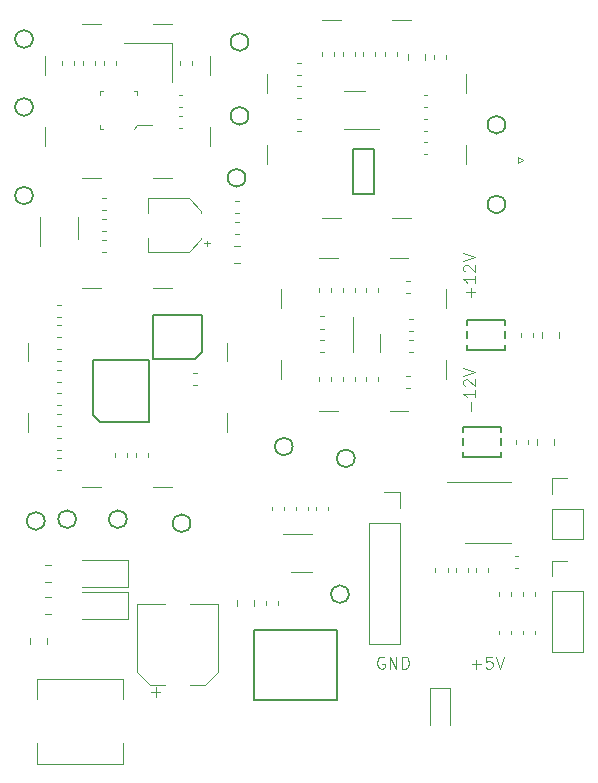
<source format=gto>
G04 #@! TF.GenerationSoftware,KiCad,Pcbnew,(5.1.4)-1*
G04 #@! TF.CreationDate,2019-10-26T22:21:00+02:00*
G04 #@! TF.ProjectId,rf-receiver,72662d72-6563-4656-9976-65722e6b6963,rev?*
G04 #@! TF.SameCoordinates,Original*
G04 #@! TF.FileFunction,Legend,Top*
G04 #@! TF.FilePolarity,Positive*
%FSLAX46Y46*%
G04 Gerber Fmt 4.6, Leading zero omitted, Abs format (unit mm)*
G04 Created by KiCad (PCBNEW (5.1.4)-1) date 2019-10-26 22:21:00*
%MOMM*%
%LPD*%
G04 APERTURE LIST*
%ADD10C,0.125000*%
%ADD11C,0.120000*%
%ADD12C,0.150000*%
%ADD13C,0.100000*%
G04 APERTURE END LIST*
D10*
X121164285Y-113421428D02*
X121926190Y-113421428D01*
X121545238Y-113802380D02*
X121545238Y-113040476D01*
X122878571Y-112802380D02*
X122402380Y-112802380D01*
X122354761Y-113278571D01*
X122402380Y-113230952D01*
X122497619Y-113183333D01*
X122735714Y-113183333D01*
X122830952Y-113230952D01*
X122878571Y-113278571D01*
X122926190Y-113373809D01*
X122926190Y-113611904D01*
X122878571Y-113707142D01*
X122830952Y-113754761D01*
X122735714Y-113802380D01*
X122497619Y-113802380D01*
X122402380Y-113754761D01*
X122354761Y-113707142D01*
X123211904Y-112802380D02*
X123545238Y-113802380D01*
X123878571Y-112802380D01*
X113738095Y-112850000D02*
X113642857Y-112802380D01*
X113500000Y-112802380D01*
X113357142Y-112850000D01*
X113261904Y-112945238D01*
X113214285Y-113040476D01*
X113166666Y-113230952D01*
X113166666Y-113373809D01*
X113214285Y-113564285D01*
X113261904Y-113659523D01*
X113357142Y-113754761D01*
X113500000Y-113802380D01*
X113595238Y-113802380D01*
X113738095Y-113754761D01*
X113785714Y-113707142D01*
X113785714Y-113373809D01*
X113595238Y-113373809D01*
X114214285Y-113802380D02*
X114214285Y-112802380D01*
X114785714Y-113802380D01*
X114785714Y-112802380D01*
X115261904Y-113802380D02*
X115261904Y-112802380D01*
X115500000Y-112802380D01*
X115642857Y-112850000D01*
X115738095Y-112945238D01*
X115785714Y-113040476D01*
X115833333Y-113230952D01*
X115833333Y-113373809D01*
X115785714Y-113564285D01*
X115738095Y-113659523D01*
X115642857Y-113754761D01*
X115500000Y-113802380D01*
X115261904Y-113802380D01*
X121071428Y-92011904D02*
X121071428Y-91250000D01*
X121452380Y-90250000D02*
X121452380Y-90821428D01*
X121452380Y-90535714D02*
X120452380Y-90535714D01*
X120595238Y-90630952D01*
X120690476Y-90726190D01*
X120738095Y-90821428D01*
X120547619Y-89869047D02*
X120500000Y-89821428D01*
X120452380Y-89726190D01*
X120452380Y-89488095D01*
X120500000Y-89392857D01*
X120547619Y-89345238D01*
X120642857Y-89297619D01*
X120738095Y-89297619D01*
X120880952Y-89345238D01*
X121452380Y-89916666D01*
X121452380Y-89297619D01*
X120452380Y-89011904D02*
X121452380Y-88678571D01*
X120452380Y-88345238D01*
X121071428Y-82311904D02*
X121071428Y-81550000D01*
X121452380Y-81930952D02*
X120690476Y-81930952D01*
X121452380Y-80550000D02*
X121452380Y-81121428D01*
X121452380Y-80835714D02*
X120452380Y-80835714D01*
X120595238Y-80930952D01*
X120690476Y-81026190D01*
X120738095Y-81121428D01*
X120547619Y-80169047D02*
X120500000Y-80121428D01*
X120452380Y-80026190D01*
X120452380Y-79788095D01*
X120500000Y-79692857D01*
X120547619Y-79645238D01*
X120642857Y-79597619D01*
X120738095Y-79597619D01*
X120880952Y-79645238D01*
X121452380Y-80216666D01*
X121452380Y-79597619D01*
X120452380Y-79311904D02*
X121452380Y-78978571D01*
X120452380Y-78645238D01*
D11*
X115587221Y-90010000D02*
X115912779Y-90010000D01*
X115587221Y-88990000D02*
X115912779Y-88990000D01*
X119300000Y-115450000D02*
X119300000Y-118600000D01*
X117600000Y-115450000D02*
X117600000Y-118600000D01*
X119300000Y-115450000D02*
X117600000Y-115450000D01*
D12*
X84000000Y-73750000D02*
G75*
G03X84000000Y-73750000I-750000J0D01*
G01*
X84000000Y-66250000D02*
G75*
G03X84000000Y-66250000I-750000J0D01*
G01*
X84000000Y-60500000D02*
G75*
G03X84000000Y-60500000I-750000J0D01*
G01*
X110750000Y-107500000D02*
G75*
G03X110750000Y-107500000I-750000J0D01*
G01*
X106000000Y-95000000D02*
G75*
G03X106000000Y-95000000I-750000J0D01*
G01*
X111250000Y-96000000D02*
G75*
G03X111250000Y-96000000I-750000J0D01*
G01*
X91950000Y-101150000D02*
G75*
G03X91950000Y-101150000I-750000J0D01*
G01*
X87650000Y-101150000D02*
G75*
G03X87650000Y-101150000I-750000J0D01*
G01*
X102250000Y-60750000D02*
G75*
G03X102250000Y-60750000I-750000J0D01*
G01*
X102000000Y-72250000D02*
G75*
G03X102000000Y-72250000I-750000J0D01*
G01*
X97350000Y-101500000D02*
G75*
G03X97350000Y-101500000I-750000J0D01*
G01*
X124000000Y-74500000D02*
G75*
G03X124000000Y-74500000I-750000J0D01*
G01*
X124000000Y-67750000D02*
G75*
G03X124000000Y-67750000I-750000J0D01*
G01*
X102250000Y-67000000D02*
G75*
G03X102250000Y-67000000I-750000J0D01*
G01*
X85000000Y-101300000D02*
G75*
G03X85000000Y-101300000I-750000J0D01*
G01*
D11*
X122500000Y-98040000D02*
X119050000Y-98040000D01*
X122500000Y-98040000D02*
X124450000Y-98040000D01*
X122500000Y-103160000D02*
X120550000Y-103160000D01*
X122500000Y-103160000D02*
X124450000Y-103160000D01*
X84991422Y-109160000D02*
X85508578Y-109160000D01*
X84991422Y-107740000D02*
X85508578Y-107740000D01*
X119110000Y-105612779D02*
X119110000Y-105287221D01*
X118090000Y-105612779D02*
X118090000Y-105287221D01*
X122510000Y-105612779D02*
X122510000Y-105287221D01*
X121490000Y-105612779D02*
X121490000Y-105287221D01*
X120810000Y-105612779D02*
X120810000Y-105287221D01*
X119790000Y-105612779D02*
X119790000Y-105287221D01*
X84991422Y-106460000D02*
X85508578Y-106460000D01*
X84991422Y-105040000D02*
X85508578Y-105040000D01*
X127920000Y-97670000D02*
X129250000Y-97670000D01*
X127920000Y-99000000D02*
X127920000Y-97670000D01*
X127920000Y-100270000D02*
X130580000Y-100270000D01*
X130580000Y-100270000D02*
X130580000Y-102870000D01*
X127920000Y-100270000D02*
X127920000Y-102870000D01*
X127920000Y-102870000D02*
X130580000Y-102870000D01*
X92085000Y-107315000D02*
X88200000Y-107315000D01*
X92085000Y-109585000D02*
X92085000Y-107315000D01*
X88200000Y-109585000D02*
X92085000Y-109585000D01*
X92085000Y-104615000D02*
X88200000Y-104615000D01*
X92085000Y-106885000D02*
X92085000Y-104615000D01*
X88200000Y-106885000D02*
X92085000Y-106885000D01*
X125112779Y-104290000D02*
X124787221Y-104290000D01*
X125112779Y-105310000D02*
X124787221Y-105310000D01*
X91675000Y-114650000D02*
X88000000Y-114650000D01*
X91675000Y-116400000D02*
X91675000Y-114650000D01*
X84325000Y-114650000D02*
X88000000Y-114650000D01*
X84325000Y-116400000D02*
X84325000Y-114650000D01*
X84325000Y-121850000D02*
X88000000Y-121850000D01*
X84325000Y-120100000D02*
X84325000Y-121850000D01*
X91675000Y-121850000D02*
X88000000Y-121850000D01*
X91675000Y-120100000D02*
X91675000Y-121850000D01*
X85210000Y-111758578D02*
X85210000Y-111241422D01*
X83790000Y-111758578D02*
X83790000Y-111241422D01*
D12*
X123650000Y-94900000D02*
X123650000Y-94300000D01*
X123650000Y-93350000D02*
X123650000Y-93750000D01*
X120450000Y-93350000D02*
X123650000Y-93350000D01*
X120450000Y-93750000D02*
X120450000Y-93350000D01*
X120450000Y-94900000D02*
X120450000Y-94300000D01*
X120450000Y-95850000D02*
X120450000Y-95450000D01*
X123650000Y-95850000D02*
X123650000Y-95450000D01*
X120450000Y-95850000D02*
X123650000Y-95850000D01*
X123950000Y-85850000D02*
X123950000Y-85250000D01*
X123950000Y-84300000D02*
X123950000Y-84700000D01*
X120750000Y-84300000D02*
X123950000Y-84300000D01*
X120750000Y-84700000D02*
X120750000Y-84300000D01*
X120750000Y-85850000D02*
X120750000Y-85250000D01*
X120750000Y-86800000D02*
X120750000Y-86400000D01*
X123950000Y-86800000D02*
X123950000Y-86400000D01*
X120750000Y-86800000D02*
X123950000Y-86800000D01*
D11*
X100991422Y-79460000D02*
X101508578Y-79460000D01*
X100991422Y-78040000D02*
X101508578Y-78040000D01*
X104760000Y-108412779D02*
X104760000Y-108087221D01*
X103740000Y-108412779D02*
X103740000Y-108087221D01*
X125910000Y-94762779D02*
X125910000Y-94437221D01*
X124890000Y-94762779D02*
X124890000Y-94437221D01*
X126360000Y-85712779D02*
X126360000Y-85387221D01*
X125340000Y-85712779D02*
X125340000Y-85387221D01*
X102710000Y-108508578D02*
X102710000Y-107991422D01*
X101290000Y-108508578D02*
X101290000Y-107991422D01*
X128110000Y-94858578D02*
X128110000Y-94341422D01*
X126690000Y-94858578D02*
X126690000Y-94341422D01*
X128560000Y-85808578D02*
X128560000Y-85291422D01*
X127140000Y-85808578D02*
X127140000Y-85291422D01*
X94008750Y-115793750D02*
X94796250Y-115793750D01*
X94402500Y-116187500D02*
X94402500Y-115400000D01*
X98595563Y-115160000D02*
X99660000Y-114095563D01*
X93904437Y-115160000D02*
X92840000Y-114095563D01*
X93904437Y-115160000D02*
X95190000Y-115160000D01*
X98595563Y-115160000D02*
X97310000Y-115160000D01*
X99660000Y-114095563D02*
X99660000Y-108340000D01*
X92840000Y-114095563D02*
X92840000Y-108340000D01*
X92840000Y-108340000D02*
X95190000Y-108340000D01*
X99660000Y-108340000D02*
X97310000Y-108340000D01*
D12*
X93800000Y-87700000D02*
X89100000Y-87700000D01*
X89100000Y-92300000D02*
X89690000Y-92900000D01*
X89100000Y-92300000D02*
X89100000Y-87700000D01*
X93800000Y-92900000D02*
X89690000Y-92900000D01*
X93800000Y-87700000D02*
X93800000Y-92900000D01*
X94150000Y-87600000D02*
X94750000Y-87600000D01*
X94150000Y-83900000D02*
X94150000Y-87600000D01*
X94750000Y-83900000D02*
X94150000Y-83900000D01*
X98350000Y-83900000D02*
X97750000Y-83900000D01*
X98350000Y-84500000D02*
X98350000Y-83900000D01*
X97750000Y-87600000D02*
X98350000Y-87000000D01*
X97750000Y-87600000D02*
X94750000Y-87600000D01*
X98350000Y-84500000D02*
X98350000Y-87000000D01*
X94750000Y-83900000D02*
X97750000Y-83900000D01*
X109750000Y-116500000D02*
X109750000Y-110500000D01*
X102750000Y-110500000D02*
X102750000Y-116500000D01*
X109750000Y-110500000D02*
X102750000Y-110500000D01*
X109750000Y-116500000D02*
X102750000Y-116500000D01*
D11*
X98750000Y-78060000D02*
X98750000Y-77560000D01*
X99000000Y-77810000D02*
X98500000Y-77810000D01*
X98260000Y-75054437D02*
X97195563Y-73990000D01*
X98260000Y-77445563D02*
X97195563Y-78510000D01*
X98260000Y-77445563D02*
X98260000Y-77310000D01*
X98260000Y-75054437D02*
X98260000Y-75190000D01*
X97195563Y-73990000D02*
X93740000Y-73990000D01*
X97195563Y-78510000D02*
X93740000Y-78510000D01*
X93740000Y-78510000D02*
X93740000Y-77310000D01*
X93740000Y-73990000D02*
X93740000Y-75190000D01*
X108337221Y-85010000D02*
X108662779Y-85010000D01*
X108337221Y-83990000D02*
X108662779Y-83990000D01*
X89837221Y-78510000D02*
X90162779Y-78510000D01*
X89837221Y-77490000D02*
X90162779Y-77490000D01*
X89837221Y-75010000D02*
X90162779Y-75010000D01*
X89837221Y-73990000D02*
X90162779Y-73990000D01*
X104240000Y-100087221D02*
X104240000Y-100412779D01*
X105260000Y-100087221D02*
X105260000Y-100412779D01*
X108490000Y-61587221D02*
X108490000Y-61912779D01*
X109510000Y-61587221D02*
X109510000Y-61912779D01*
X106337221Y-65510000D02*
X106662779Y-65510000D01*
X106337221Y-64490000D02*
X106662779Y-64490000D01*
X107260000Y-100087221D02*
X107260000Y-100412779D01*
X106240000Y-100087221D02*
X106240000Y-100412779D01*
X116162779Y-84240000D02*
X115837221Y-84240000D01*
X116162779Y-85260000D02*
X115837221Y-85260000D01*
X89800000Y-72250000D02*
X88200000Y-72250000D01*
X89800000Y-59250000D02*
X88200000Y-59250000D01*
X95800000Y-72250000D02*
X94200000Y-72250000D01*
X95800000Y-59250000D02*
X94200000Y-59250000D01*
X85020000Y-67950000D02*
X85020000Y-69550000D01*
X98980000Y-67950000D02*
X98980000Y-69550000D01*
X85020000Y-61950000D02*
X85020000Y-63550000D01*
X98980000Y-61950000D02*
X98980000Y-63550000D01*
X109800000Y-92000000D02*
X108200000Y-92000000D01*
X109800000Y-79000000D02*
X108200000Y-79000000D01*
X115800000Y-92000000D02*
X114200000Y-92000000D01*
X115800000Y-79000000D02*
X114200000Y-79000000D01*
X105020000Y-87700000D02*
X105020000Y-89300000D01*
X118980000Y-87700000D02*
X118980000Y-89300000D01*
X105020000Y-81700000D02*
X105020000Y-83300000D01*
X118980000Y-81700000D02*
X118980000Y-83300000D01*
X83600000Y-87800000D02*
X83600000Y-86200000D01*
X100400000Y-87800000D02*
X100400000Y-86200000D01*
X83600000Y-93800000D02*
X83600000Y-92200000D01*
X100400000Y-93800000D02*
X100400000Y-92200000D01*
X89800000Y-81600000D02*
X88200000Y-81600000D01*
X89800000Y-98400000D02*
X88200000Y-98400000D01*
X95800000Y-81600000D02*
X94200000Y-81600000D01*
X95800000Y-98400000D02*
X94200000Y-98400000D01*
X120650000Y-69450000D02*
X120650000Y-71050000D01*
X103850000Y-69450000D02*
X103850000Y-71050000D01*
X120650000Y-63450000D02*
X120650000Y-65050000D01*
X103850000Y-63450000D02*
X103850000Y-65050000D01*
X114450000Y-75650000D02*
X116050000Y-75650000D01*
X114450000Y-58850000D02*
X116050000Y-58850000D01*
X108450000Y-75650000D02*
X110050000Y-75650000D01*
X108450000Y-58850000D02*
X110050000Y-58850000D01*
X111140000Y-84000000D02*
X111140000Y-87000000D01*
X113360000Y-85500000D02*
X113360000Y-87000000D01*
X113750000Y-98880000D02*
X115080000Y-98880000D01*
X115080000Y-98880000D02*
X115080000Y-100210000D01*
X115080000Y-101480000D02*
X115080000Y-111700000D01*
X112420000Y-111700000D02*
X115080000Y-111700000D01*
X112420000Y-101480000D02*
X112420000Y-111700000D01*
X112420000Y-101480000D02*
X115080000Y-101480000D01*
X95750000Y-60850000D02*
X91750000Y-60850000D01*
X95750000Y-64150000D02*
X95750000Y-60850000D01*
X84640000Y-75600000D02*
X84640000Y-78050000D01*
X87860000Y-77400000D02*
X87860000Y-75600000D01*
X88240000Y-62337221D02*
X88240000Y-62662779D01*
X89260000Y-62337221D02*
X89260000Y-62662779D01*
X86490000Y-62337221D02*
X86490000Y-62662779D01*
X87510000Y-62337221D02*
X87510000Y-62662779D01*
X107990000Y-100087221D02*
X107990000Y-100412779D01*
X109010000Y-100087221D02*
X109010000Y-100412779D01*
X89837221Y-76760000D02*
X90162779Y-76760000D01*
X89837221Y-75740000D02*
X90162779Y-75740000D01*
X96662779Y-65240000D02*
X96337221Y-65240000D01*
X96662779Y-66260000D02*
X96337221Y-66260000D01*
X96337221Y-68010000D02*
X96662779Y-68010000D01*
X96337221Y-66990000D02*
X96662779Y-66990000D01*
X97510000Y-62662779D02*
X97510000Y-62337221D01*
X96490000Y-62662779D02*
X96490000Y-62337221D01*
X89990000Y-62337221D02*
X89990000Y-62662779D01*
X91010000Y-62337221D02*
X91010000Y-62662779D01*
D13*
X92850000Y-67800000D02*
X94050000Y-67800000D01*
X92550000Y-68100000D02*
X92850000Y-67800000D01*
X92850000Y-64900000D02*
X92850000Y-65200000D01*
X92550000Y-64900000D02*
X92850000Y-64900000D01*
X89650000Y-64900000D02*
X89950000Y-64900000D01*
X89650000Y-65200000D02*
X89650000Y-64900000D01*
X89650000Y-68100000D02*
X89650000Y-67800000D01*
X89950000Y-68100000D02*
X89650000Y-68100000D01*
D11*
X115587221Y-82010000D02*
X115912779Y-82010000D01*
X115587221Y-80990000D02*
X115912779Y-80990000D01*
X108337221Y-87010000D02*
X108662779Y-87010000D01*
X108337221Y-85990000D02*
X108662779Y-85990000D01*
X115790000Y-61741422D02*
X115790000Y-62258578D01*
X117210000Y-61741422D02*
X117210000Y-62258578D01*
X110240000Y-89412779D02*
X110240000Y-89087221D01*
X111260000Y-89412779D02*
X111260000Y-89087221D01*
X113260000Y-89412779D02*
X113260000Y-89087221D01*
X112240000Y-89412779D02*
X112240000Y-89087221D01*
X93760000Y-95587221D02*
X93760000Y-95912779D01*
X92740000Y-95587221D02*
X92740000Y-95912779D01*
X106662779Y-67240000D02*
X106337221Y-67240000D01*
X106662779Y-68260000D02*
X106337221Y-68260000D01*
X97587221Y-88740000D02*
X97912779Y-88740000D01*
X97587221Y-89760000D02*
X97912779Y-89760000D01*
X117412779Y-69240000D02*
X117087221Y-69240000D01*
X117412779Y-70260000D02*
X117087221Y-70260000D01*
X106337221Y-62490000D02*
X106662779Y-62490000D01*
X106337221Y-63510000D02*
X106662779Y-63510000D01*
X117990000Y-62162779D02*
X117990000Y-61837221D01*
X119010000Y-62162779D02*
X119010000Y-61837221D01*
X92010000Y-95587221D02*
X92010000Y-95912779D01*
X90990000Y-95587221D02*
X90990000Y-95912779D01*
X86412779Y-92240000D02*
X86087221Y-92240000D01*
X86412779Y-93260000D02*
X86087221Y-93260000D01*
X86412779Y-95260000D02*
X86087221Y-95260000D01*
X86412779Y-94240000D02*
X86087221Y-94240000D01*
X86412779Y-97010000D02*
X86087221Y-97010000D01*
X86412779Y-95990000D02*
X86087221Y-95990000D01*
X110240000Y-61587221D02*
X110240000Y-61912779D01*
X111260000Y-61587221D02*
X111260000Y-61912779D01*
X86412779Y-88490000D02*
X86087221Y-88490000D01*
X86412779Y-89510000D02*
X86087221Y-89510000D01*
X86397779Y-87760000D02*
X86072221Y-87760000D01*
X86397779Y-86740000D02*
X86072221Y-86740000D01*
X86412779Y-84740000D02*
X86087221Y-84740000D01*
X86412779Y-85760000D02*
X86087221Y-85760000D01*
X86412779Y-84010000D02*
X86087221Y-84010000D01*
X86412779Y-82990000D02*
X86087221Y-82990000D01*
X116162779Y-85990000D02*
X115837221Y-85990000D01*
X116162779Y-87010000D02*
X115837221Y-87010000D01*
X111260000Y-81587221D02*
X111260000Y-81912779D01*
X110240000Y-81587221D02*
X110240000Y-81912779D01*
X86412779Y-90490000D02*
X86087221Y-90490000D01*
X86412779Y-91510000D02*
X86087221Y-91510000D01*
X123490000Y-110912779D02*
X123490000Y-110587221D01*
X124510000Y-110912779D02*
X124510000Y-110587221D01*
X123490000Y-107337221D02*
X123490000Y-107662779D01*
X124510000Y-107337221D02*
X124510000Y-107662779D01*
X108240000Y-81587221D02*
X108240000Y-81912779D01*
X109260000Y-81587221D02*
X109260000Y-81912779D01*
X101087221Y-75260000D02*
X101412779Y-75260000D01*
X101087221Y-74240000D02*
X101412779Y-74240000D01*
X101087221Y-75990000D02*
X101412779Y-75990000D01*
X101087221Y-77010000D02*
X101412779Y-77010000D01*
X109260000Y-89412779D02*
X109260000Y-89087221D01*
X108240000Y-89412779D02*
X108240000Y-89087221D01*
X112240000Y-81587221D02*
X112240000Y-81912779D01*
X113260000Y-81587221D02*
X113260000Y-81912779D01*
X114810000Y-61912779D02*
X114810000Y-61587221D01*
X113790000Y-61912779D02*
X113790000Y-61587221D01*
X111990000Y-61587221D02*
X111990000Y-61912779D01*
X113010000Y-61587221D02*
X113010000Y-61912779D01*
X117087221Y-65240000D02*
X117412779Y-65240000D01*
X117087221Y-66260000D02*
X117412779Y-66260000D01*
X126510000Y-107337221D02*
X126510000Y-107662779D01*
X125490000Y-107337221D02*
X125490000Y-107662779D01*
X125490000Y-110587221D02*
X125490000Y-110912779D01*
X126510000Y-110587221D02*
X126510000Y-110912779D01*
X117087221Y-67240000D02*
X117412779Y-67240000D01*
X117087221Y-68260000D02*
X117412779Y-68260000D01*
X125040000Y-71000000D02*
X125540000Y-70750000D01*
X125040000Y-70500000D02*
X125040000Y-71000000D01*
X125540000Y-70750000D02*
X125040000Y-70500000D01*
X105850000Y-105610000D02*
X107650000Y-105610000D01*
X107650000Y-102390000D02*
X105200000Y-102390000D01*
X112150000Y-64890000D02*
X110350000Y-64890000D01*
X110350000Y-68110000D02*
X113300000Y-68110000D01*
X127920000Y-112410000D02*
X130580000Y-112410000D01*
X127920000Y-107270000D02*
X127920000Y-112410000D01*
X130580000Y-107270000D02*
X130580000Y-112410000D01*
X127920000Y-107270000D02*
X130580000Y-107270000D01*
X127920000Y-106000000D02*
X127920000Y-104670000D01*
X127920000Y-104670000D02*
X129250000Y-104670000D01*
D12*
X112900000Y-69850000D02*
X111100000Y-69850000D01*
X112900000Y-73650000D02*
X112900000Y-69850000D01*
X111100000Y-73650000D02*
X112900000Y-73650000D01*
X111100000Y-69850000D02*
X111100000Y-73650000D01*
M02*

</source>
